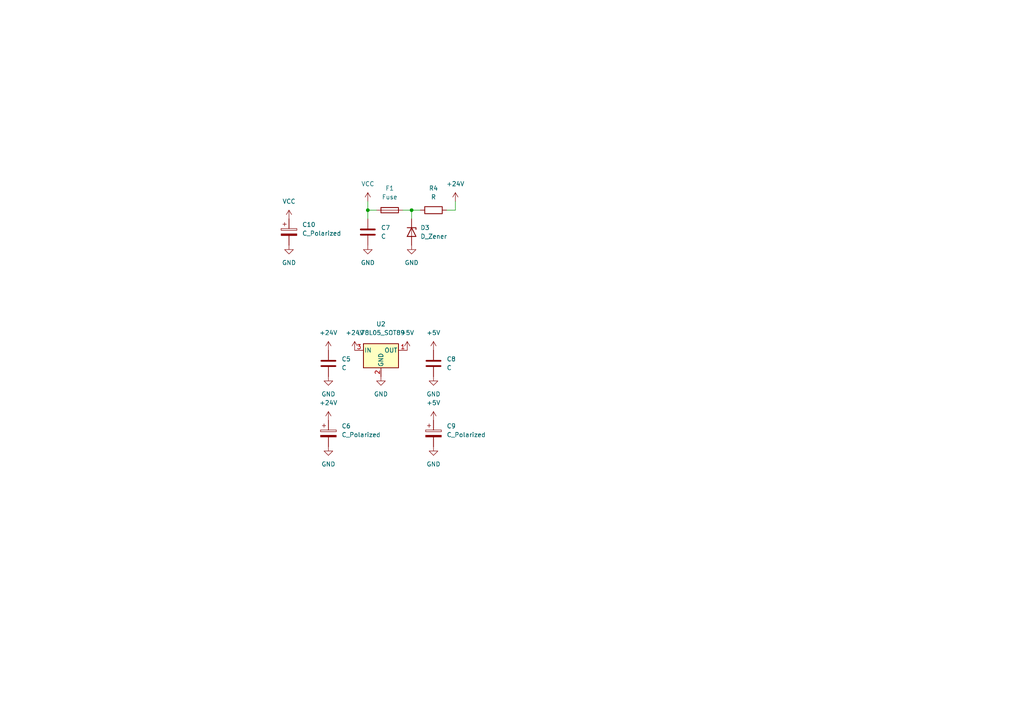
<source format=kicad_sch>
(kicad_sch (version 20230121) (generator eeschema)
  (paper "A4")
  (lib_symbols
    (symbol "Device:C" (pin_numbers hide) (pin_names (offset 0.254))
      (property "Reference" "C" (at 0.635 2.54 0))
      (property "Value" "C" (at 0.635 -2.54 0))
      (symbol "C_0_1"
        (polyline (pts (xy -2.032 -0.762) (xy 2.032 -0.762)) (stroke (width 0.508)))
        (polyline (pts (xy -2.032 0.762) (xy 2.032 0.762)) (stroke (width 0.508)))
      )
      (symbol "C_1_1"
        (pin passive line (at 0 3.81 270) (length 2.794) (name "~") (number "1"))
        (pin passive line (at 0 -3.81 90) (length 2.794) (name "~") (number "2"))
      )
    )
    (symbol "Device:C_Polarized" (pin_numbers hide) (pin_names (offset 0.254))
      (property "Reference" "C" (at 0.635 2.54 0))
      (property "Value" "C_Polarized" (at 0.635 -2.54 0))
      (symbol "C_Polarized_0_1"
        (rectangle (start -2.286 0.508) (end 2.286 1.016))
        (polyline (pts (xy -1.778 2.286) (xy -0.762 2.286)))
        (polyline (pts (xy -1.27 2.794) (xy -1.27 1.778)))
        (rectangle (start 2.286 -0.508) (end -2.286 -1.016) (fill (type outline)))
      )
      (symbol "C_Polarized_1_1"
        (pin passive line (at 0 3.81 270) (length 2.794) (name "~") (number "1"))
        (pin passive line (at 0 -3.81 90) (length 2.794) (name "~") (number "2"))
      )
    )
    (symbol "Device:D_Zener" (pin_numbers hide) (pin_names (offset 1.016) hide)
      (property "Reference" "D" (at 0 2.54 0))
      (property "Value" "D_Zener" (at 0 -2.54 0))
      (symbol "D_Zener_0_1"
        (polyline (pts (xy 1.27 0) (xy -1.27 0)))
        (polyline (pts (xy -1.27 -1.27) (xy -1.27 1.27) (xy -0.762 1.27)) (stroke (width 0.254)))
        (polyline (pts (xy 1.27 -1.27) (xy 1.27 1.27) (xy -1.27 0) (xy 1.27 -1.27)) (stroke (width 0.254)))
      )
      (symbol "D_Zener_1_1"
        (pin passive line (at -3.81 0 0) (length 2.54) (name "K") (number "1"))
        (pin passive line (at 3.81 0 180) (length 2.54) (name "A") (number "2"))
      )
    )
    (symbol "Device:Fuse" (pin_numbers hide) (pin_names (offset 0))
      (property "Reference" "F" (at 2.032 0 90))
      (property "Value" "Fuse" (at -1.905 0 90))
      (symbol "Fuse_0_1"
        (rectangle (start -0.762 -2.54) (end 0.762 2.54) (stroke (width 0.254)))
        (polyline (pts (xy 0 2.54) (xy 0 -2.54)))
      )
      (symbol "Fuse_1_1"
        (pin passive line (at 0 3.81 270) (length 1.27) (name "~") (number "1"))
        (pin passive line (at 0 -3.81 90) (length 1.27) (name "~") (number "2"))
      )
    )
    (symbol "Device:R" (pin_numbers hide) (pin_names (offset 0))
      (property "Reference" "R" (at 2.032 0 90))
      (property "Value" "R" (at 0 0 90))
      (symbol "R_0_1"
        (rectangle (start -1.016 -2.54) (end 1.016 2.54) (stroke (width 0.254)))
      )
      (symbol "R_1_1"
        (pin passive line (at 0 3.81 270) (length 1.27) (name "~") (number "1"))
        (pin passive line (at 0 -3.81 90) (length 1.27) (name "~") (number "2"))
      )
    )
    (symbol "Regulator_Linear:L78L05_SOT89" (pin_names (offset 0.254))
      (property "Reference" "U" (at -3.81 3.175 0))
      (property "Value" "L78L05_SOT89" (at -0.635 3.175 0))
      (symbol "L78L05_SOT89_0_1"
        (rectangle (start -5.08 1.905) (end 5.08 -5.08) (stroke (width 0.254)) (fill (type background)))
      )
      (symbol "L78L05_SOT89_1_1"
        (pin power_out line (at 7.62 0 180) (length 2.54) (name "OUT") (number "1"))
        (pin power_in line (at 0 -7.62 90) (length 2.54) (name "GND") (number "2"))
        (pin power_in line (at -7.62 0 0) (length 2.54) (name "IN") (number "3"))
      )
    )
    (symbol "power:+24V" (power) (pin_names (offset 0))
      (property "Value" "+24V" (at 0 3.556 0))
      (symbol "+24V_0_1"
        (polyline (pts (xy -0.762 1.27) (xy 0 2.54)))
        (polyline (pts (xy 0 0) (xy 0 2.54)))
        (polyline (pts (xy 0 2.54) (xy 0.762 1.27)))
      )
      (symbol "+24V_1_1"
        (pin power_in line (at 0 0 90) (length 0) hide (name "+24V") (number "1"))
      )
    )
    (symbol "power:+5V" (power) (pin_names (offset 0))
      (property "Value" "+5V" (at 0 3.556 0))
      (symbol "+5V_0_1"
        (polyline (pts (xy -0.762 1.27) (xy 0 2.54)))
        (polyline (pts (xy 0 0) (xy 0 2.54)))
        (polyline (pts (xy 0 2.54) (xy 0.762 1.27)))
      )
      (symbol "+5V_1_1"
        (pin power_in line (at 0 0 90) (length 0) hide (name "+5V") (number "1"))
      )
    )
    (symbol "power:GND" (power) (pin_names (offset 0))
      (property "Value" "GND" (at 0 -3.81 0))
      (symbol "GND_0_1"
        (polyline (pts (xy 0 0) (xy 0 -1.27) (xy 1.27 -1.27) (xy 0 -2.54) (xy -1.27 -1.27) (xy 0 -1.27)))
      )
      (symbol "GND_1_1"
        (pin power_in line (at 0 0 270) (length 0) hide (name "GND") (number "1"))
      )
    )
    (symbol "power:VCC" (power) (pin_names (offset 0))
      (property "Value" "VCC" (at 0 3.81 0))
      (symbol "VCC_0_1"
        (polyline (pts (xy -0.762 1.27) (xy 0 2.54)))
        (polyline (pts (xy 0 0) (xy 0 2.54)))
        (polyline (pts (xy 0 2.54) (xy 0.762 1.27)))
      )
      (symbol "VCC_1_1"
        (pin power_in line (at 0 0 90) (length 0) hide (name "VCC") (number "1"))
      )
    )
  )
  (junction (at 119.38 60.96))
  (junction (at 106.68 60.96))
  (wire (pts (xy 119.38 60.96) (xy 121.92 60.96)))
  (wire (pts (xy 132.08 58.42) (xy 132.08 60.96)))
  (wire (pts (xy 106.68 60.96) (xy 109.22 60.96)))
  (wire (pts (xy 106.68 58.42) (xy 106.68 60.96)))
  (wire (pts (xy 119.38 60.96) (xy 119.38 63.5)))
  (wire (pts (xy 116.84 60.96) (xy 119.38 60.96)))
  (wire (pts (xy 132.08 60.96) (xy 129.54 60.96)))
  (wire (pts (xy 106.68 60.96) (xy 106.68 63.5)))
  (symbol (lib_id "Device:C") (at 95.25 105.41 0) (unit 1)
    (property "Reference" "C5" (at 99.06 104.1399 0) (effects (justify left)))
    (property "Value" "C" (at 99.06 106.6799 0) (effects (justify left)))
    (property "Footprint" "Capacitor_SMD:C_0603_1608Metric_Pad1.08x0.95mm_HandSolder" (effects hide))
  )
  (symbol (lib_id "power:+24V") (at 102.87 101.6 0) (unit 1)
    (property "Reference" "#PWR0117" (effects hide))
    (property "Value" "+24V" (at 102.87 96.52 0))
  )
  (symbol (lib_id "power:GND") (at 125.73 109.22 0) (unit 1)
    (property "Reference" "#PWR0129" (effects hide))
    (property "Value" "GND" (at 125.73 114.3 0))
  )
  (symbol (lib_id "Device:C") (at 125.73 105.41 0) (unit 1)
    (property "Reference" "C8" (at 129.54 104.1399 0) (effects (justify left)))
    (property "Value" "C" (at 129.54 106.6799 0) (effects (justify left)))
    (property "Footprint" "Capacitor_SMD:C_0603_1608Metric_Pad1.08x0.95mm_HandSolder" (effects hide))
  )
  (symbol (lib_id "power:+24V") (at 132.08 58.42 0) (unit 1)
    (property "Reference" "#PWR0120" (effects hide))
    (property "Value" "+24V" (at 132.08 53.34 0))
  )
  (symbol (lib_id "power:GND") (at 95.25 129.54 0) (unit 1)
    (property "Reference" "#PWR0123" (effects hide))
    (property "Value" "GND" (at 95.25 134.62 0))
  )
  (symbol (lib_id "power:+5V") (at 125.73 101.6 0) (unit 1)
    (property "Reference" "#PWR0127" (effects hide))
    (property "Value" "+5V" (at 125.73 96.52 0))
  )
  (symbol (lib_id "Device:R") (at 125.73 60.96 90) (unit 1)
    (property "Reference" "R4" (at 125.73 54.61 90))
    (property "Value" "R" (at 125.73 57.15 90))
    (property "Footprint" "Resistor_SMD:R_0805_2012Metric_Pad1.20x1.40mm_HandSolder" (effects hide))
  )
  (symbol (lib_id "power:+5V") (at 125.73 121.92 0) (unit 1)
    (property "Reference" "#PWR0125" (effects hide))
    (property "Value" "+5V" (at 125.73 116.84 0))
  )
  (symbol (lib_id "power:GND") (at 83.82 71.12 0) (unit 1)
    (property "Reference" "#PWR0132" (effects hide))
    (property "Value" "GND" (at 83.82 76.2 0))
  )
  (symbol (lib_id "power:GND") (at 95.25 109.22 0) (unit 1)
    (property "Reference" "#PWR0116" (effects hide))
    (property "Value" "GND" (at 95.25 114.3 0))
  )
  (symbol (lib_id "power:GND") (at 106.68 71.12 0) (unit 1)
    (property "Reference" "#PWR0122" (effects hide))
    (property "Value" "GND" (at 106.68 76.2 0))
  )
  (symbol (lib_id "power:GND") (at 110.49 109.22 0) (unit 1)
    (property "Reference" "#PWR0118" (effects hide))
    (property "Value" "GND" (at 110.49 114.3 0))
  )
  (symbol (lib_id "Device:D_Zener") (at 119.38 67.31 270) (unit 1)
    (property "Reference" "D3" (at 121.92 66.0399 90) (effects (justify left)))
    (property "Value" "D_Zener" (at 121.92 68.5799 90) (effects (justify left)))
    (property "Footprint" "Diode_SMD:Nexperia_CFP3_SOD-123W" (effects hide))
  )
  (symbol (lib_id "Device:C") (at 106.68 67.31 0) (unit 1)
    (property "Reference" "C7" (at 110.49 66.0399 0) (effects (justify left)))
    (property "Value" "C" (at 110.49 68.5799 0) (effects (justify left)))
    (property "Footprint" "Capacitor_SMD:C_0603_1608Metric_Pad1.08x0.95mm_HandSolder" (effects hide))
  )
  (symbol (lib_id "Device:C_Polarized") (at 83.82 67.31 0) (unit 1)
    (property "Reference" "C10" (at 87.63 65.1509 0) (effects (justify left)))
    (property "Value" "C_Polarized" (at 87.63 67.6909 0) (effects (justify left)))
    (property "Footprint" "Capacitor_SMD:CP_Elec_8x6.7" (effects hide))
  )
  (symbol (lib_id "power:+5V") (at 118.11 101.6 0) (unit 1)
    (property "Reference" "#PWR0128" (effects hide))
    (property "Value" "+5V" (at 118.11 96.52 0))
  )
  (symbol (lib_id "Device:Fuse") (at 113.03 60.96 90) (unit 1)
    (property "Reference" "F1" (at 113.03 54.61 90))
    (property "Value" "Fuse" (at 113.03 57.15 90))
    (property "Footprint" "Fuse:Fuse_1206_3216Metric_Pad1.42x1.75mm_HandSolder" (effects hide))
  )
  (symbol (lib_id "power:VCC") (at 106.68 58.42 0) (unit 1)
    (property "Reference" "#PWR0113" (effects hide))
    (property "Value" "VCC" (at 106.68 53.34 0))
  )
  (symbol (lib_id "power:+24V") (at 95.25 101.6 0) (unit 1)
    (property "Reference" "#PWR0119" (effects hide))
    (property "Value" "+24V" (at 95.25 96.52 0))
  )
  (symbol (lib_id "Device:C_Polarized") (at 95.25 125.73 0) (unit 1)
    (property "Reference" "C6" (at 99.06 123.5709 0) (effects (justify left)))
    (property "Value" "C_Polarized" (at 99.06 126.1109 0) (effects (justify left)))
    (property "Footprint" "Capacitor_SMD:CP_Elec_6.3x5.4" (effects hide))
  )
  (symbol (lib_id "power:GND") (at 125.73 129.54 0) (unit 1)
    (property "Reference" "#PWR0126" (effects hide))
    (property "Value" "GND" (at 125.73 134.62 0))
  )
  (symbol (lib_id "Device:C_Polarized") (at 125.73 125.73 0) (unit 1)
    (property "Reference" "C9" (at 129.54 123.5709 0) (effects (justify left)))
    (property "Value" "C_Polarized" (at 129.54 126.1109 0) (effects (justify left)))
    (property "Footprint" "Capacitor_SMD:CP_Elec_6.3x5.4" (effects hide))
  )
  (symbol (lib_id "power:+24V") (at 95.25 121.92 0) (unit 1)
    (property "Reference" "#PWR0124" (effects hide))
    (property "Value" "+24V" (at 95.25 116.84 0))
  )
  (symbol (lib_id "power:GND") (at 119.38 71.12 0) (unit 1)
    (property "Reference" "#PWR0121" (effects hide))
    (property "Value" "GND" (at 119.38 76.2 0))
  )
  (symbol (lib_id "power:VCC") (at 83.82 63.5 0) (unit 1)
    (property "Reference" "#PWR0133" (effects hide))
    (property "Value" "VCC" (at 83.82 58.42 0))
  )
  (symbol (lib_id "Regulator_Linear:L78L05_SOT89") (at 110.49 101.6 0) (unit 1)
    (property "Reference" "U2" (at 110.49 93.98 0))
    (property "Value" "L78L05_SOT89" (at 110.49 96.52 0))
    (property "Footprint" "Package_TO_SOT_SMD:SOT-89-3" (effects hide))
    (property "Datasheet" "http://www.st.com/content/ccc/resource/technical/document/datasheet/15/55/e5/aa/23/5b/43/fd/CD00000446.pdf/files/CD00000446.pdf/jcr:content/translations/en.CD00000446.pdf" (effects hide))
  )
)
</source>
